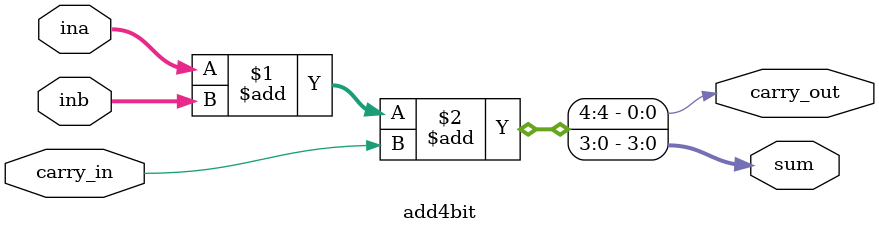
<source format=v>
module add4bit(
	output [3:0] sum,
	output carry_out,
	input carry_in,
	input [3:0] ina, inb
);
	assign {carry_out, sum} = ina + inb + carry_in;
endmodule 
</source>
